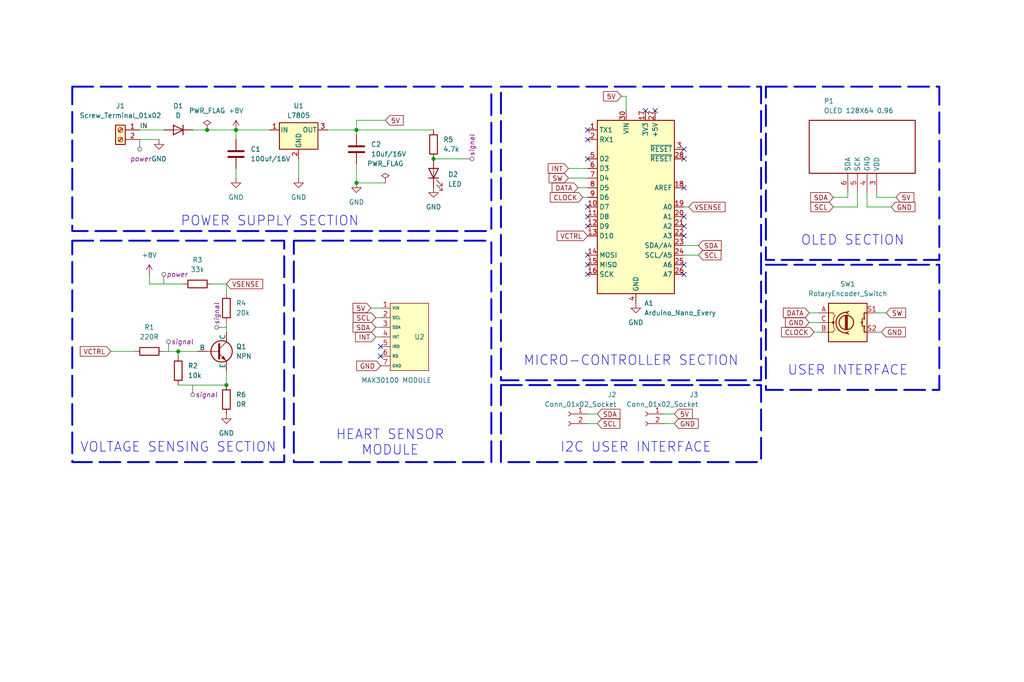
<source format=kicad_sch>
(kicad_sch (version 20231120) (generator "eeschema") (generator_version "8.0")
  (paper "User" 270 180)
  (title_block (title "HEART SENSOR BASED PROJECT") (date "2024-08-29") (rev "1.0.0") (company "RK DESIGN"))
  (lib_symbols
    (symbol "Connector:Conn_01x02_Socket" (pin_names (offset 1.016) hide)
      (property "Reference" "J" (at 0 2.54 0))
      (property "Value" "Conn_01x02_Socket" (at 0 -5.08 0))
      (symbol "Conn_01x02_Socket_1_1"
        (arc (start 0 -2.032) (mid -0.5058 -2.54) (end 0 -3.048) (stroke (width 0.1524)))
        (polyline (pts (xy -1.27 -2.54) (xy -0.508 -2.54)) (stroke (width 0.1524)))
        (polyline (pts (xy -1.27 0) (xy -0.508 0)) (stroke (width 0.1524)))
        (arc (start 0 0.508) (mid -0.5058 0) (end 0 -0.508) (stroke (width 0.1524)))
        (pin passive line (at -5.08 0 0) (length 3.81) (name "Pin_1") (number "1"))
        (pin passive line (at -5.08 -2.54 0) (length 3.81) (name "Pin_2") (number "2"))
      )
    )
    (symbol "Connector:Screw_Terminal_01x02" (pin_names (offset 1.016) hide)
      (property "Reference" "J" (at 0 2.54 0))
      (property "Value" "Screw_Terminal_01x02" (at 0 -5.08 0))
      (symbol "Screw_Terminal_01x02_1_1"
        (rectangle (start -1.27 1.27) (end 1.27 -3.81) (stroke (width 0.254)) (fill (type background)))
        (circle (center 0 -2.54) (radius 0.635) (stroke (width 0.1524)))
        (polyline (pts (xy -0.5334 -2.2098) (xy 0.3302 -3.048)) (stroke (width 0.1524)))
        (polyline (pts (xy -0.5334 0.3302) (xy 0.3302 -0.508)) (stroke (width 0.1524)))
        (polyline (pts (xy -0.3556 -2.032) (xy 0.508 -2.8702)) (stroke (width 0.1524)))
        (polyline (pts (xy -0.3556 0.508) (xy 0.508 -0.3302)) (stroke (width 0.1524)))
        (circle (center 0 0) (radius 0.635) (stroke (width 0.1524)))
        (pin passive line (at -5.08 0 0) (length 3.81) (name "Pin_1") (number "1"))
        (pin passive line (at -5.08 -2.54 0) (length 3.81) (name "Pin_2") (number "2"))
      )
    )
    (symbol "Device:C" (pin_numbers hide) (pin_names (offset 0.254))
      (property "Reference" "C" (at 0.635 2.54 0))
      (property "Value" "C" (at 0.635 -2.54 0))
      (symbol "C_0_1"
        (polyline (pts (xy -2.032 -0.762) (xy 2.032 -0.762)) (stroke (width 0.508)))
        (polyline (pts (xy -2.032 0.762) (xy 2.032 0.762)) (stroke (width 0.508)))
      )
      (symbol "C_1_1"
        (pin passive line (at 0 3.81 270) (length 2.794) (name "~") (number "1"))
        (pin passive line (at 0 -3.81 90) (length 2.794) (name "~") (number "2"))
      )
    )
    (symbol "Device:D" (pin_numbers hide) (pin_names (offset 1.016) hide)
      (property "Reference" "D" (at 0 2.54 0))
      (property "Value" "D" (at 0 -2.54 0))
      (symbol "D_0_1"
        (polyline (pts (xy -1.27 1.27) (xy -1.27 -1.27)) (stroke (width 0.254)))
        (polyline (pts (xy 1.27 0) (xy -1.27 0)))
        (polyline (pts (xy 1.27 1.27) (xy 1.27 -1.27) (xy -1.27 0) (xy 1.27 1.27)) (stroke (width 0.254)))
      )
      (symbol "D_1_1"
        (pin passive line (at -3.81 0 0) (length 2.54) (name "K") (number "1"))
        (pin passive line (at 3.81 0 180) (length 2.54) (name "A") (number "2"))
      )
    )
    (symbol "Device:LED" (pin_numbers hide) (pin_names (offset 1.016) hide)
      (property "Reference" "D" (at 0 2.54 0))
      (property "Value" "LED" (at 0 -2.54 0))
      (symbol "LED_0_1"
        (polyline (pts (xy -1.27 -1.27) (xy -1.27 1.27)) (stroke (width 0.254)))
        (polyline (pts (xy -1.27 0) (xy 1.27 0)))
        (polyline (pts (xy 1.27 -1.27) (xy 1.27 1.27) (xy -1.27 0) (xy 1.27 -1.27)) (stroke (width 0.254)))
        (polyline (pts (xy -3.048 -0.762) (xy -4.572 -2.286) (xy -3.81 -2.286) (xy -4.572 -2.286) (xy -4.572 -1.524)))
        (polyline (pts (xy -1.778 -0.762) (xy -3.302 -2.286) (xy -2.54 -2.286) (xy -3.302 -2.286) (xy -3.302 -1.524)))
      )
      (symbol "LED_1_1"
        (pin passive line (at -3.81 0 0) (length 2.54) (name "K") (number "1"))
        (pin passive line (at 3.81 0 180) (length 2.54) (name "A") (number "2"))
      )
    )
    (symbol "Device:R" (pin_numbers hide) (pin_names (offset 0))
      (property "Reference" "R" (at 2.032 0 90))
      (property "Value" "R" (at 0 0 90))
      (symbol "R_0_1"
        (rectangle (start -1.016 -2.54) (end 1.016 2.54) (stroke (width 0.254)))
      )
      (symbol "R_1_1"
        (pin passive line (at 0 3.81 270) (length 1.27) (name "~") (number "1"))
        (pin passive line (at 0 -3.81 90) (length 1.27) (name "~") (number "2"))
      )
    )
    (symbol "Device:RotaryEncoder_Switch" (pin_names (offset 0.254) hide)
      (property "Reference" "SW" (at 0 6.604 0))
      (property "Value" "RotaryEncoder_Switch" (at 0 -6.604 0))
      (symbol "RotaryEncoder_Switch_0_1"
        (rectangle (start -5.08 5.08) (end 5.08 -5.08) (stroke (width 0.254)) (fill (type background)))
        (circle (center -3.81 0) (radius 0.254) (fill (type outline)))
        (circle (center -0.381 0) (radius 1.905) (stroke (width 0.254)))
        (arc (start -0.381 2.667) (mid -3.0988 -0.0635) (end -0.381 -2.794) (stroke (width 0.254)))
        (polyline (pts (xy -0.635 -1.778) (xy -0.635 1.778)) (stroke (width 0.254)))
        (polyline (pts (xy -0.381 -1.778) (xy -0.381 1.778)) (stroke (width 0.254)))
        (polyline (pts (xy -0.127 1.778) (xy -0.127 -1.778)) (stroke (width 0.254)))
        (polyline (pts (xy 3.81 0) (xy 3.429 0)) (stroke (width 0.254)))
        (polyline (pts (xy 3.81 1.016) (xy 3.81 -1.016)) (stroke (width 0.254)))
        (polyline (pts (xy -5.08 -2.54) (xy -3.81 -2.54) (xy -3.81 -2.032)))
        (polyline (pts (xy -5.08 2.54) (xy -3.81 2.54) (xy -3.81 2.032)))
        (polyline (pts (xy 0.254 -3.048) (xy -0.508 -2.794) (xy 0.127 -2.413)) (stroke (width 0.254)))
        (polyline (pts (xy 0.254 2.921) (xy -0.508 2.667) (xy 0.127 2.286)) (stroke (width 0.254)))
        (polyline (pts (xy 5.08 -2.54) (xy 4.318 -2.54) (xy 4.318 -1.016)) (stroke (width 0.254)))
        (polyline (pts (xy 5.08 2.54) (xy 4.318 2.54) (xy 4.318 1.016)) (stroke (width 0.254)))
        (polyline (pts (xy -5.08 0) (xy -3.81 0) (xy -3.81 -1.016) (xy -3.302 -2.032)))
        (polyline (pts (xy -4.318 0) (xy -3.81 0) (xy -3.81 1.016) (xy -3.302 2.032)))
        (circle (center 4.318 -1.016) (radius 0.127) (stroke (width 0.254)))
        (circle (center 4.318 1.016) (radius 0.127) (stroke (width 0.254)))
      )
      (symbol "RotaryEncoder_Switch_1_1"
        (pin passive line (at -7.62 2.54 0) (length 2.54) (name "A") (number "A"))
        (pin passive line (at -7.62 -2.54 0) (length 2.54) (name "B") (number "B"))
        (pin passive line (at -7.62 0 0) (length 2.54) (name "C") (number "C"))
        (pin passive line (at 7.62 2.54 180) (length 2.54) (name "S1") (number "S1"))
        (pin passive line (at 7.62 -2.54 180) (length 2.54) (name "S2") (number "S2"))
      )
    )
    (symbol "MCU_Module:Arduino_Nano_Every"
      (property "Reference" "A" (at -10.16 23.495 0))
      (property "Value" "Arduino_Nano_Every" (at 5.08 -24.13 0))
      (symbol "Arduino_Nano_Every_0_1"
        (rectangle (start -10.16 22.86) (end 10.16 -22.86) (stroke (width 0.254)) (fill (type background)))
      )
      (symbol "Arduino_Nano_Every_1_1"
        (pin bidirectional line (at -12.7 20.32 0) (length 2.54) (name "TX1") (number "1"))
        (pin bidirectional line (at -12.7 0 0) (length 2.54) (name "D7") (number "10"))
        (pin bidirectional line (at -12.7 -2.54 0) (length 2.54) (name "D8") (number "11"))
        (pin bidirectional line (at -12.7 -5.08 0) (length 2.54) (name "D9") (number "12"))
        (pin bidirectional line (at -12.7 -7.62 0) (length 2.54) (name "D10") (number "13"))
        (pin bidirectional line (at -12.7 -12.7 0) (length 2.54) (name "MOSI") (number "14"))
        (pin bidirectional line (at -12.7 -15.24 0) (length 2.54) (name "MISO") (number "15"))
        (pin bidirectional line (at -12.7 -17.78 0) (length 2.54) (name "SCK") (number "16"))
        (pin power_out line (at 2.54 25.4 270) (length 2.54) (name "3V3") (number "17"))
        (pin input line (at 12.7 5.08 180) (length 2.54) (name "AREF") (number "18"))
        (pin bidirectional line (at 12.7 0 180) (length 2.54) (name "A0") (number "19"))
        (pin bidirectional line (at -12.7 17.78 0) (length 2.54) (name "RX1") (number "2"))
        (pin bidirectional line (at 12.7 -2.54 180) (length 2.54) (name "A1") (number "20"))
        (pin bidirectional line (at 12.7 -5.08 180) (length 2.54) (name "A2") (number "21"))
        (pin bidirectional line (at 12.7 -7.62 180) (length 2.54) (name "A3") (number "22"))
        (pin bidirectional line (at 12.7 -10.16 180) (length 2.54) (name "SDA/A4") (number "23"))
        (pin bidirectional line (at 12.7 -12.7 180) (length 2.54) (name "SCL/A5") (number "24"))
        (pin bidirectional line (at 12.7 -15.24 180) (length 2.54) (name "A6") (number "25"))
        (pin bidirectional line (at 12.7 -17.78 180) (length 2.54) (name "A7") (number "26"))
        (pin power_out line (at 5.08 25.4 270) (length 2.54) (name "+5V") (number "27"))
        (pin input line (at 12.7 12.7 180) (length 2.54) (name "~{RESET}") (number "28"))
        (pin passive line (at 0 -25.4 90) (length 2.54) hide (name "GND") (number "29"))
        (pin input line (at 12.7 15.24 180) (length 2.54) (name "~{RESET}") (number "3"))
        (pin power_in line (at -2.54 25.4 270) (length 2.54) (name "VIN") (number "30"))
        (pin power_in line (at 0 -25.4 90) (length 2.54) (name "GND") (number "4"))
        (pin bidirectional line (at -12.7 12.7 0) (length 2.54) (name "D2") (number "5"))
        (pin bidirectional line (at -12.7 10.16 0) (length 2.54) (name "D3") (number "6"))
        (pin bidirectional line (at -12.7 7.62 0) (length 2.54) (name "D4") (number "7"))
        (pin bidirectional line (at -12.7 5.08 0) (length 2.54) (name "D5") (number "8"))
        (pin bidirectional line (at -12.7 2.54 0) (length 2.54) (name "D6") (number "9"))
      )
    )
    (symbol "New_Library_0:MAX30100_MODULE"
      (property "Reference" "U?" (at 6.35 1.2701 0))
      (property "Value" "MAX30100 MODULE" (at 6.35 -1.2699 0))
      (symbol "MAX30100_MODULE_1_1"
        (rectangle (start -5.08 8.89) (end 5.08 -8.89) (fill (type background)))
        (pin power_in line (at -7.62 7.62 0) (length 2.54) (name "VIN") (number "1"))
        (pin bidirectional line (at -7.62 5.08 0) (length 2.54) (name "SCL") (number "2"))
        (pin bidirectional line (at -7.62 2.54 0) (length 2.54) (name "SDA") (number "3"))
        (pin bidirectional line (at -7.62 0 0) (length 2.54) (name "INT") (number "4"))
        (pin output line (at -7.62 -2.54 0) (length 2.54) (name "IRD") (number "5"))
        (pin output line (at -7.62 -5.08 0) (length 2.54) (name "RD") (number "6"))
        (pin power_in line (at -7.62 -7.62 0) (length 2.54) (name "GND") (number "7"))
      )
    )
    (symbol "New_Library_0:OLED 128X64 0.96"
      (property "Reference" "P?" (at 0 0 0))
      (property "Value" "OLED 128X64 0.96" (at 0 0 0))
      (symbol "OLED 128X64 0.96_0_0"
        (rectangle (start -16.51 8.89) (end 11.43 -5.08) (stroke (width 0.254)))
        (pin unspecified line (at -6.35 13.97 270) (length 5.08) (name "VDD") (number "3"))
        (pin unspecified line (at -3.81 13.97 270) (length 5.08) (name "GND") (number "4"))
        (pin unspecified line (at -1.27 13.97 270) (length 5.08) (name "SCK") (number "5"))
        (pin unspecified line (at 1.27 13.97 270) (length 5.08) (name "SDA") (number "6"))
      )
    )
    (symbol "Regulator_Linear:L7805" (pin_names (offset 0.254))
      (property "Reference" "U" (at -3.81 3.175 0))
      (property "Value" "L7805" (at 0 3.175 0))
      (symbol "L7805_0_1"
        (rectangle (start -5.08 1.905) (end 5.08 -5.08) (stroke (width 0.254)) (fill (type background)))
      )
      (symbol "L7805_1_1"
        (pin power_in line (at -7.62 0 0) (length 2.54) (name "IN") (number "1"))
        (pin power_in line (at 0 -7.62 90) (length 2.54) (name "GND") (number "2"))
        (pin power_out line (at 7.62 0 180) (length 2.54) (name "OUT") (number "3"))
      )
    )
    (symbol "Simulation_SPICE:NPN" (pin_numbers hide) (pin_names (offset 0))
      (property "Reference" "Q" (at -2.54 7.62 0))
      (property "Value" "NPN" (at -2.54 5.08 0))
      (symbol "NPN_0_1"
        (polyline (pts (xy -2.54 0) (xy 0.635 0)) (stroke (width 0.1524)))
        (polyline (pts (xy 0.635 0.635) (xy 2.54 2.54)))
        (polyline (pts (xy 2.794 -1.27) (xy 2.794 -1.27)) (stroke (width 0.1524)))
        (polyline (pts (xy 2.794 -1.27) (xy 2.794 -1.27)) (stroke (width 0.1524)))
        (polyline (pts (xy 0.635 -0.635) (xy 2.54 -2.54) (xy 2.54 -2.54)))
        (polyline (pts (xy 0.635 1.905) (xy 0.635 -1.905) (xy 0.635 -1.905)) (stroke (width 0.508)))
        (polyline (pts (xy 1.27 -1.778) (xy 1.778 -1.27) (xy 2.286 -2.286) (xy 1.27 -1.778) (xy 1.27 -1.778)) (fill (type outline)))
        (circle (center 1.27 0) (radius 2.8194) (stroke (width 0.254)))
      )
      (symbol "NPN_1_1"
        (pin open_collector line (at 2.54 5.08 270) (length 2.54) (name "C") (number "1"))
        (pin input line (at -5.08 0 0) (length 2.54) (name "B") (number "2"))
        (pin open_emitter line (at 2.54 -5.08 90) (length 2.54) (name "E") (number "3"))
      )
    )
    (symbol "power:+8V" (power) (pin_numbers hide) (pin_names (offset 0) hide)
      (property "Value" "+8V" (at 0 3.556 0))
      (symbol "+8V_0_1"
        (polyline (pts (xy -0.762 1.27) (xy 0 2.54)))
        (polyline (pts (xy 0 0) (xy 0 2.54)))
        (polyline (pts (xy 0 2.54) (xy 0.762 1.27)))
      )
      (symbol "+8V_1_1"
        (pin power_in line (at 0 0 90) (length 0) (name "~") (number "1"))
      )
    )
    (symbol "power:GND" (power) (pin_numbers hide) (pin_names (offset 0) hide)
      (property "Value" "GND" (at 0 -3.81 0))
      (symbol "GND_0_1"
        (polyline (pts (xy 0 0) (xy 0 -1.27) (xy 1.27 -1.27) (xy 0 -2.54) (xy -1.27 -1.27) (xy 0 -1.27)))
      )
      (symbol "GND_1_1"
        (pin power_in line (at 0 0 270) (length 0) (name "~") (number "1"))
      )
    )
    (symbol "power:PWR_FLAG" (power) (pin_numbers hide) (pin_names (offset 0) hide)
      (property "Value" "PWR_FLAG" (at 0 3.81 0))
      (symbol "PWR_FLAG_0_0"
        (pin power_out line (at 0 0 90) (length 0) (name "~") (number "1"))
      )
      (symbol "PWR_FLAG_0_1"
        (polyline (pts (xy 0 0) (xy 0 1.27) (xy -1.016 1.905) (xy 0 2.54) (xy 1.016 1.905) (xy 0 1.27)))
      )
    )
  )
  (junction (at 59.69 101.6))
  (junction (at 93.98 34.29))
  (junction (at 114.3 41.91))
  (junction (at 62.23 34.29))
  (junction (at 46.99 92.71))
  (junction (at 54.61 34.29))
  (junction (at 93.98 48.26))
  (no_connect (at 180.34 39.37))
  (no_connect (at 154.94 72.39))
  (no_connect (at 100.33 93.98))
  (no_connect (at 170.18 29.21))
  (no_connect (at 100.33 91.44))
  (no_connect (at 172.72 29.21))
  (no_connect (at 180.34 57.15))
  (no_connect (at 154.94 54.61))
  (no_connect (at 180.34 59.69))
  (no_connect (at 154.94 34.29))
  (no_connect (at 180.34 69.85))
  (no_connect (at 154.94 36.83))
  (no_connect (at 154.94 69.85))
  (no_connect (at 180.34 72.39))
  (no_connect (at 180.34 41.91))
  (no_connect (at 180.34 49.53))
  (no_connect (at 154.94 59.69))
  (no_connect (at 180.34 62.23))
  (no_connect (at 154.94 57.15))
  (no_connect (at 154.94 67.31))
  (no_connect (at 154.94 41.91))
  (wire (pts (xy 153.67 52.07) (xy 154.94 52.07)))
  (wire (pts (xy 177.8 111.76) (xy 175.26 111.76)))
  (wire (pts (xy 233.68 82.55) (xy 231.14 82.55)))
  (wire (pts (xy 219.71 54.61) (xy 226.06 54.61)))
  (wire (pts (xy 177.8 109.22) (xy 175.26 109.22)))
  (wire (pts (xy 59.69 85.09) (xy 59.69 87.63)))
  (wire (pts (xy 50.8 34.29) (xy 54.61 34.29)))
  (wire (pts (xy 228.6 54.61) (xy 228.6 50.8)))
  (wire (pts (xy 93.98 35.56) (xy 93.98 34.29)))
  (wire (pts (xy 231.14 52.07) (xy 231.14 50.8)))
  (wire (pts (xy 213.36 82.55) (xy 215.9 82.55)))
  (wire (pts (xy 213.36 85.09) (xy 215.9 85.09)))
  (wire (pts (xy 163.83 25.4) (xy 165.1 25.4)))
  (wire (pts (xy 165.1 25.4) (xy 165.1 29.21)))
  (wire (pts (xy 39.37 74.93) (xy 48.26 74.93)))
  (wire (pts (xy 99.06 86.36) (xy 100.33 86.36)))
  (wire (pts (xy 234.95 54.61) (xy 228.6 54.61)))
  (wire (pts (xy 93.98 31.75) (xy 93.98 34.29)))
  (wire (pts (xy 54.61 34.29) (xy 62.23 34.29)))
  (wire (pts (xy 226.06 54.61) (xy 226.06 50.8)))
  (wire (pts (xy 149.86 46.99) (xy 154.94 46.99)))
  (wire (pts (xy 46.99 93.98) (xy 46.99 92.71)))
  (wire (pts (xy 46.99 92.71) (xy 52.07 92.71)))
  (wire (pts (xy 214.63 87.63) (xy 215.9 87.63)))
  (wire (pts (xy 184.15 67.31) (xy 180.34 67.31)))
  (wire (pts (xy 59.69 74.93) (xy 59.69 77.47)))
  (wire (pts (xy 86.36 34.29) (xy 93.98 34.29)))
  (wire (pts (xy 219.71 52.07) (xy 223.52 52.07)))
  (wire (pts (xy 93.98 34.29) (xy 114.3 34.29)))
  (wire (pts (xy 93.98 48.26) (xy 93.98 43.18)))
  (wire (pts (xy 184.15 64.77) (xy 180.34 64.77)))
  (wire (pts (xy 236.22 52.07) (xy 231.14 52.07)))
  (wire (pts (xy 232.41 87.63) (xy 231.14 87.63)))
  (wire (pts (xy 46.99 101.6) (xy 59.69 101.6)))
  (wire (pts (xy 36.83 36.83) (xy 41.91 36.83)))
  (wire (pts (xy 55.88 74.93) (xy 59.69 74.93)))
  (wire (pts (xy 78.74 46.99) (xy 78.74 41.91)))
  (wire (pts (xy 181.61 54.61) (xy 180.34 54.61)))
  (wire (pts (xy 39.37 72.39) (xy 39.37 74.93)))
  (wire (pts (xy 99.06 83.82) (xy 100.33 83.82)))
  (wire (pts (xy 101.6 31.75) (xy 93.98 31.75)))
  (wire (pts (xy 62.23 46.99) (xy 62.23 44.45)))
  (wire (pts (xy 29.21 92.71) (xy 35.56 92.71)))
  (wire (pts (xy 36.83 34.29) (xy 43.18 34.29)))
  (wire (pts (xy 157.48 111.76) (xy 154.94 111.76)))
  (wire (pts (xy 152.4 49.53) (xy 154.94 49.53)))
  (wire (pts (xy 99.06 88.9) (xy 100.33 88.9)))
  (wire (pts (xy 157.48 109.22) (xy 154.94 109.22)))
  (wire (pts (xy 93.98 48.26) (xy 101.6 48.26)))
  (wire (pts (xy 149.86 44.45) (xy 154.94 44.45)))
  (wire (pts (xy 59.69 97.79) (xy 59.69 101.6)))
  (wire (pts (xy 223.52 52.07) (xy 223.52 50.8)))
  (wire (pts (xy 121.92 41.91) (xy 114.3 41.91)))
  (wire (pts (xy 97.79 81.28) (xy 100.33 81.28)))
  (wire (pts (xy 62.23 34.29) (xy 71.12 34.29)))
  (wire (pts (xy 43.18 92.71) (xy 46.99 92.71)))
  (wire (pts (xy 62.23 36.83) (xy 62.23 34.29)))
  (rectangle (start 201.93 22.86) (end 247.65 68.58) (stroke (width 0.5) (type dash)))
  (rectangle (start 132.08 101.6) (end 200.66 121.92) (stroke (width 0.5) (type dash)))
  (rectangle (start 132.08 22.86) (end 200.66 100.33) (stroke (width 0.5) (type dash)))
  (rectangle (start 201.93 69.85) (end 247.65 102.87) (stroke (width 0.5) (type dash)))
  (rectangle (start 19.05 63.5) (end 74.93 121.92) (stroke (width 0.5) (type dash)))
  (rectangle (start 77.47 63.5) (end 129.54 121.92) (stroke (width 0.5) (type dash)))
  (rectangle (start 19.05 22.86) (end 129.54 60.96) (stroke (width 0.5) (type dash)))
  (text "HEART SENSOR\nMODULE" (at 102.87 116.84 0) (effects (font (size 2.54 2.54))))
  (text "USER INTERFACE\n" (at 223.52 97.79 0) (effects (font (size 2.54 2.54))))
  (text "I2C USER INTERFACE\n" (at 167.64 118.11 0) (effects (font (size 2.54 2.54))))
  (text "POWER SUPPLY SECTION\n" (at 71.12 58.42 0) (effects (font (size 2.54 2.54))))
  (text "VOLTAGE SENSING SECTION\n" (at 46.99 118.11 0) (effects (font (size 2.54 2.54))))
  (text "OLED SECTION\n" (at 224.79 63.5 0) (effects (font (size 2.54 2.54))))
  (text "MICRO-CONTROLLER SECTION\n" (at 166.37 95.25 0) (effects (font (size 2.54 2.54))))
  (label "IN" (at 36.83 34.29 0))
  (global_label "VCTRL" (shape input) (at 154.94 62.23 180) (property "Intersheetrefs" "${INTERSHEET_REFS}" (effects (hide yes))))
  (global_label "SCL" (shape input) (at 219.71 54.61 180) (property "Intersheetrefs" "${INTERSHEET_REFS}" (effects (hide yes))))
  (global_label "SW" (shape input) (at 233.68 82.55 0) (property "Intersheetrefs" "${INTERSHEET_REFS}" (effects (hide yes))))
  (global_label "INT" (shape input) (at 99.06 88.9 180) (property "Intersheetrefs" "${INTERSHEET_REFS}" (effects (hide yes))))
  (global_label "5V" (shape input) (at 97.79 81.28 180) (property "Intersheetrefs" "${INTERSHEET_REFS}" (effects (hide yes))))
  (global_label "VSENSE" (shape input) (at 181.61 54.61 0) (property "Intersheetrefs" "${INTERSHEET_REFS}" (effects (hide yes))))
  (global_label "VSENSE" (shape input) (at 59.69 74.93 0) (property "Intersheetrefs" "${INTERSHEET_REFS}" (effects (hide yes))))
  (global_label "VCTRL" (shape input) (at 29.21 92.71 180) (property "Intersheetrefs" "${INTERSHEET_REFS}" (effects (hide yes))))
  (global_label "SCL" (shape input) (at 99.06 83.82 180) (property "Intersheetrefs" "${INTERSHEET_REFS}" (effects (hide yes))))
  (global_label "SDA" (shape input) (at 99.06 86.36 180) (property "Intersheetrefs" "${INTERSHEET_REFS}" (effects (hide yes))))
  (global_label "SCL" (shape input) (at 157.48 111.76 0) (property "Intersheetrefs" "${INTERSHEET_REFS}" (effects (hide yes))))
  (global_label "DATA" (shape input) (at 213.36 82.55 180) (property "Intersheetrefs" "${INTERSHEET_REFS}" (effects (hide yes))))
  (global_label "GND" (shape input) (at 232.41 87.63 0) (property "Intersheetrefs" "${INTERSHEET_REFS}" (effects (hide yes))))
  (global_label "GND" (shape input) (at 100.33 96.52 180) (property "Intersheetrefs" "${INTERSHEET_REFS}" (effects (hide yes))))
  (global_label "SDA" (shape input) (at 219.71 52.07 180) (property "Intersheetrefs" "${INTERSHEET_REFS}" (effects (hide yes))))
  (global_label "GND" (shape input) (at 234.95 54.61 0) (property "Intersheetrefs" "${INTERSHEET_REFS}" (effects (hide yes))))
  (global_label "SDA" (shape input) (at 184.15 64.77 0) (property "Intersheetrefs" "${INTERSHEET_REFS}" (effects (hide yes))))
  (global_label "GND" (shape input) (at 177.8 111.76 0) (property "Intersheetrefs" "${INTERSHEET_REFS}" (effects (hide yes))))
  (global_label "5V" (shape input) (at 177.8 109.22 0) (property "Intersheetrefs" "${INTERSHEET_REFS}" (effects (hide yes))))
  (global_label "CLOCK" (shape input) (at 214.63 87.63 180) (property "Intersheetrefs" "${INTERSHEET_REFS}" (effects (hide yes))))
  (global_label "SDA" (shape input) (at 157.48 109.22 0) (property "Intersheetrefs" "${INTERSHEET_REFS}" (effects (hide yes))))
  (global_label "GND" (shape input) (at 213.36 85.09 180) (property "Intersheetrefs" "${INTERSHEET_REFS}" (effects (hide yes))))
  (global_label "5V" (shape input) (at 236.22 52.07 0) (property "Intersheetrefs" "${INTERSHEET_REFS}" (effects (hide yes))))
  (global_label "DATA" (shape input) (at 152.4 49.53 180) (property "Intersheetrefs" "${INTERSHEET_REFS}" (effects (hide yes))))
  (global_label "SCL" (shape input) (at 184.15 67.31 0) (property "Intersheetrefs" "${INTERSHEET_REFS}" (effects (hide yes))))
  (global_label "5V" (shape input) (at 101.6 31.75 0) (property "Intersheetrefs" "${INTERSHEET_REFS}" (effects (hide yes))))
  (global_label "INT" (shape input) (at 149.86 44.45 180) (property "Intersheetrefs" "${INTERSHEET_REFS}" (effects (hide yes))))
  (global_label "CLOCK" (shape input) (at 153.67 52.07 180) (property "Intersheetrefs" "${INTERSHEET_REFS}" (effects (hide yes))))
  (global_label "5V" (shape input) (at 163.83 25.4 180) (property "Intersheetrefs" "${INTERSHEET_REFS}" (effects (hide yes))))
  (global_label "SW" (shape input) (at 149.86 46.99 180) (property "Intersheetrefs" "${INTERSHEET_REFS}" (effects (hide yes))))
  (netclass_flag "" (length 2.54) (shape round) (at 43.18 74.93 0) (property "Netclass" "power" (at 43.8785 72.39 0) (effects (font (italic yes)) (justify left))))
  (netclass_flag "" (length 2.54) (shape round) (at 36.83 36.83 180) (property "Netclass" "power" (at 34.29 41.91 0) (effects (font (italic yes)) (justify left))))
  (netclass_flag "" (length 2.54) (shape round) (at 59.69 86.36 90) (property "Netclass" "signal" (at 57.15 85.6615 90) (effects (font (italic yes)) (justify left))))
  (netclass_flag "" (length 2.54) (shape round) (at 44.45 92.71 0) (property "Netclass" "signal" (at 45.1485 90.17 0) (effects (font (italic yes)) (justify left))))
  (netclass_flag "" (length 2.54) (shape round) (at 50.8 101.6 180) (property "Netclass" "signal" (at 51.4985 104.14 0) (effects (font (italic yes)) (justify left))))
  (netclass_flag "" (length 2.54) (shape round) (at 121.92 41.91 270) (property "Netclass" "signal" (at 124.46 41.2115 90) (effects (font (italic yes)) (justify left))))
  (symbol (lib_id "Device:RotaryEncoder_Switch") (at 223.52 85.09 0) (unit 1)
    (property "Reference" "SW1" (at 223.52 74.93 0))
    (property "Value" "RotaryEncoder_Switch" (at 223.52 77.47 0))
    (property "Footprint" "Library:rotary_ncodeer" (effects (hide yes)))
    (property "Description" "Rotary encoder, dual channel, incremental quadrate outputs, with switch" (effects (hide yes)))
  )
  (symbol (lib_id "Device:R") (at 114.3 38.1 0) (unit 1)
    (property "Reference" "R5" (at 116.84 36.8299 0) (effects (justify left)))
    (property "Value" "4.7k" (at 116.84 39.3699 0) (effects (justify left)))
    (property "Footprint" "Resistor_THT:R_Axial_DIN0207_L6.3mm_D2.5mm_P10.16mm_Horizontal" (effects (hide yes)))
    (property "Description" "Resistor" (effects (hide yes)))
  )
  (symbol (lib_id "Connector:Screw_Terminal_01x02") (at 31.75 34.29 0) (mirror y) (unit 1)
    (property "Reference" "J1" (at 31.75 27.94 0))
    (property "Value" "Screw_Terminal_01x02" (at 31.75 30.48 0))
    (property "Footprint" "Library:TerminalBlock_4Ucon_1x02_P3.50mm_Horizontal_user" (effects (hide yes)))
    (property "Description" "Generic screw terminal, single row, 01x02, script generated (kicad-library-utils/schlib/autogen/connector/)" (effects (hide yes)))
  )
  (symbol (lib_id "power:GND") (at 93.98 48.26 0) (unit 1)
    (property "Reference" "#PWR03" (effects (hide yes)))
    (property "Value" "GND" (at 93.98 53.34 0))
    (property "Description" "Power symbol creates a global label with name \"GND\" , ground" (effects (hide yes)))
  )
  (symbol (lib_id "power:PWR_FLAG") (at 54.61 34.29 0) (unit 1)
    (property "Reference" "#FLG02" (effects (hide yes)))
    (property "Value" "PWR_FLAG" (at 54.61 29.21 0))
    (property "Description" "Special symbol for telling ERC where power comes from" (effects (hide yes)))
  )
  (symbol (lib_id "Connector:Conn_01x02_Socket") (at 170.18 109.22 0) (mirror y) (unit 1)
    (property "Reference" "J3" (at 184.15 104.14 0) (effects (justify left)))
    (property "Value" "Conn_01x02_Socket" (at 184.15 106.68 0) (effects (justify left)))
    (property "Footprint" "Connector_PinSocket_2.54mm:PinSocket_1x02_P2.54mm_Vertical" (effects (hide yes)))
    (property "Description" "Generic connector, single row, 01x02, script generated" (effects (hide yes)))
  )
  (symbol (lib_id "Device:R") (at 52.07 74.93 90) (unit 1)
    (property "Reference" "R3" (at 52.07 68.58 90))
    (property "Value" "33k" (at 52.07 71.12 90))
    (property "Footprint" "Resistor_THT:R_Axial_DIN0207_L6.3mm_D2.5mm_P10.16mm_Horizontal" (effects (hide yes)))
    (property "Description" "Resistor" (effects (hide yes)))
  )
  (symbol (lib_id "power:GND") (at 114.3 49.53 0) (unit 1)
    (property "Reference" "#PWR05" (effects (hide yes)))
    (property "Value" "GND" (at 114.3 54.61 0))
    (property "Description" "Power symbol creates a global label with name \"GND\" , ground" (effects (hide yes)))
  )
  (symbol (lib_id "power:+8V") (at 39.37 72.39 0) (unit 1)
    (property "Reference" "#PWR07" (effects (hide yes)))
    (property "Value" "+8V" (at 39.37 67.31 0))
    (property "Description" "Power symbol creates a global label with name \"+8V\"" (effects (hide yes)))
  )
  (symbol (lib_id "New_Library_0:OLED 128X64 0.96") (at 224.79 36.83 180) (unit 1)
    (property "Reference" "P1" (at 217.17 26.67 0) (effects (justify right)))
    (property "Value" "OLED 128X64 0.96" (at 217.17 29.21 0) (effects (justify right)))
    (property "Footprint" "Library:OLED_MODULE _FOOTPRINT" (effects (hide yes)))
    (property "Supplier Part" "undefined" (effects (hide yes)))
    (property "Supplier" "AdaFruit" (effects (hide yes)))
  )
  (symbol (lib_id "Device:R") (at 39.37 92.71 90) (unit 1)
    (property "Reference" "R1" (at 39.37 86.36 90))
    (property "Value" "220R" (at 39.37 88.9 90))
    (property "Footprint" "Resistor_THT:R_Axial_DIN0207_L6.3mm_D2.5mm_P10.16mm_Horizontal" (effects (hide yes)))
    (property "Description" "Resistor" (effects (hide yes)))
  )
  (symbol (lib_id "Regulator_Linear:L7805") (at 78.74 34.29 0) (unit 1)
    (property "Reference" "U1" (at 78.74 27.94 0))
    (property "Value" "L7805" (at 78.74 30.48 0))
    (property "Footprint" "Package_TO_SOT_THT:TO-220-3_Vertical" (effects (hide yes)))
    (property "Datasheet" "http://www.st.com/content/ccc/resource/technical/document/datasheet/41/4f/b3/b0/12/d4/47/88/CD00000444.pdf/files/CD00000444.pdf/jcr:content/translations/en.CD00000444.pdf" (effects (hide yes)))
    (property "Description" "Positive 1.5A 35V Linear Regulator, Fixed Output 5V, TO-220/TO-263/TO-252" (effects (hide yes)))
  )
  (symbol (lib_id "power:GND") (at 62.23 46.99 0) (unit 1)
    (property "Reference" "#PWR02" (effects (hide yes)))
    (property "Value" "GND" (at 62.23 52.07 0))
    (property "Description" "Power symbol creates a global label with name \"GND\" , ground" (effects (hide yes)))
  )
  (symbol (lib_id "Device:R") (at 46.99 97.79 180) (unit 1)
    (property "Reference" "R2" (at 49.53 96.5199 0) (effects (justify right)))
    (property "Value" "10k" (at 49.53 99.0599 0) (effects (justify right)))
    (property "Footprint" "Resistor_THT:R_Axial_DIN0207_L6.3mm_D2.5mm_P10.16mm_Horizontal" (effects (hide yes)))
    (property "Description" "Resistor" (effects (hide yes)))
  )
  (symbol (lib_id "Device:D") (at 46.99 34.29 0) (mirror y) (unit 1)
    (property "Reference" "D1" (at 46.99 27.94 0))
    (property "Value" "D" (at 46.99 30.48 0))
    (property "Footprint" "Diode_THT:D_A-405_P7.62mm_Horizontal" (effects (hide yes)))
    (property "Description" "Diode" (effects (hide yes)))
    (property "Sim.Device" "D" (effects (hide yes)))
    (property "Sim.Pins" "1=K 2=A" (effects (hide yes)))
  )
  (symbol (lib_id "Device:C") (at 93.98 39.37 0) (unit 1)
    (property "Reference" "C2" (at 97.79 38.0999 0) (effects (justify left)))
    (property "Value" "10uf/16V" (at 97.79 40.6399 0) (effects (justify left)))
    (property "Footprint" "Capacitor_THT:C_Radial_D5.0mm_H5.0mm_P2.00mm" (effects (hide yes)))
    (property "Description" "Unpolarized capacitor" (effects (hide yes)))
  )
  (symbol (lib_id "power:GND") (at 41.91 36.83 0) (unit 1)
    (property "Reference" "#PWR04" (effects (hide yes)))
    (property "Value" "GND" (at 41.91 41.91 0))
    (property "Description" "Power symbol creates a global label with name \"GND\" , ground" (effects (hide yes)))
  )
  (symbol (lib_id "MCU_Module:Arduino_Nano_Every") (at 167.64 54.61 0) (unit 1)
    (property "Reference" "A1" (at 169.8341 80.01 0) (effects (justify left)))
    (property "Value" "Arduino_Nano_Every" (at 169.8341 82.55 0) (effects (justify left)))
    (property "Footprint" "Module:Arduino_Nano" (effects (hide yes)))
    (property "Datasheet" "https://content.arduino.cc/assets/NANOEveryV3.0_sch.pdf" (effects (hide yes)))
    (property "Description" "Arduino Nano Every" (effects (hide yes)))
  )
  (symbol (lib_id "New_Library_0:MAX30100_MODULE") (at 107.95 88.9 0) (unit 1)
    (property "Reference" "U2" (at 109.22 88.9 0) (effects (justify left)))
    (property "Value" "MAX30100 MODULE" (at 95.25 100.33 0) (effects (justify left)))
    (property "Footprint" "Library:MAX30100_MODULE" (effects (hide yes)))
  )
  (symbol (lib_id "power:GND") (at 167.64 80.01 0) (unit 1)
    (property "Reference" "#PWR09" (effects (hide yes)))
    (property "Value" "GND" (at 167.64 85.09 0))
    (property "Description" "Power symbol creates a global label with name \"GND\" , ground" (effects (hide yes)))
  )
  (symbol (lib_id "Connector:Conn_01x02_Socket") (at 149.86 109.22 0) (mirror y) (unit 1)
    (property "Reference" "J2" (at 162.56 104.14 0) (effects (justify left)))
    (property "Value" "Conn_01x02_Socket" (at 162.56 106.68 0) (effects (justify left)))
    (property "Footprint" "Connector_PinSocket_2.54mm:PinSocket_1x02_P2.54mm_Vertical" (effects (hide yes)))
    (property "Description" "Generic connector, single row, 01x02, script generated" (effects (hide yes)))
  )
  (symbol (lib_id "Device:R") (at 59.69 105.41 180) (unit 1)
    (property "Reference" "R6" (at 62.23 104.1399 0) (effects (justify right)))
    (property "Value" "0R" (at 62.23 106.6799 0) (effects (justify right)))
    (property "Footprint" "Resistor_THT:R_Axial_DIN0207_L6.3mm_D2.5mm_P10.16mm_Horizontal" (effects (hide yes)))
    (property "Description" "Resistor" (effects (hide yes)))
  )
  (symbol (lib_id "Device:C") (at 62.23 40.64 0) (unit 1)
    (property "Reference" "C1" (at 66.04 39.3699 0) (effects (justify left)))
    (property "Value" "100uf/16V" (at 66.04 41.9099 0) (effects (justify left)))
    (property "Footprint" "Capacitor_THT:C_Radial_D5.0mm_H5.0mm_P2.00mm" (effects (hide yes)))
    (property "Description" "Unpolarized capacitor" (effects (hide yes)))
  )
  (symbol (lib_id "Simulation_SPICE:NPN") (at 57.15 92.71 0) (unit 1)
    (property "Reference" "Q1" (at 62.23 91.4399 0) (effects (justify left)))
    (property "Value" "NPN" (at 62.23 93.9799 0) (effects (justify left)))
    (property "Footprint" "Package_TO_SOT_THT:TO-92L_Inline" (effects (hide yes)))
    (property "Datasheet" "https://ngspice.sourceforge.io/docs/ngspice-html-manual/manual.xhtml#cha_BJTs" (effects (hide yes)))
    (property "Description" "Bipolar transistor symbol for simulation only, substrate tied to the emitter" (effects (hide yes)))
    (property "Sim.Device" "NPN" (effects (hide yes)))
    (property "Sim.Type" "GUMMELPOON" (effects (hide yes)))
    (property "Sim.Pins" "1=C 2=B 3=E" (effects (hide yes)))
  )
  (symbol (lib_id "power:+8V") (at 62.23 34.29 0) (unit 1)
    (property "Reference" "#PWR08" (effects (hide yes)))
    (property "Value" "+8V" (at 62.23 29.21 0))
    (property "Description" "Power symbol creates a global label with name \"+8V\"" (effects (hide yes)))
  )
  (symbol (lib_id "power:PWR_FLAG") (at 101.6 48.26 0) (unit 1)
    (property "Reference" "#FLG01" (effects (hide yes)))
    (property "Value" "PWR_FLAG" (at 101.6 43.18 0))
    (property "Description" "Special symbol for telling ERC where power comes from" (effects (hide yes)))
  )
  (symbol (lib_id "power:GND") (at 59.69 109.22 0) (unit 1)
    (property "Reference" "#PWR06" (effects (hide yes)))
    (property "Value" "GND" (at 59.69 114.3 0))
    (property "Description" "Power symbol creates a global label with name \"GND\" , ground" (effects (hide yes)))
  )
  (symbol (lib_id "Device:LED") (at 114.3 45.72 90) (unit 1)
    (property "Reference" "D2" (at 118.11 46.0374 90) (effects (justify right)))
    (property "Value" "LED" (at 118.11 48.5774 90) (effects (justify right)))
    (property "Footprint" "LED_THT:LED_D3.0mm" (effects (hide yes)))
    (property "Description" "Light emitting diode" (effects (hide yes)))
  )
  (symbol (lib_id "power:GND") (at 78.74 46.99 0) (unit 1)
    (property "Reference" "#PWR01" (effects (hide yes)))
    (property "Value" "GND" (at 78.74 52.07 0))
    (property "Description" "Power symbol creates a global label with name \"GND\" , ground" (effects (hide yes)))
  )
  (symbol (lib_id "Device:R") (at 59.69 81.28 0) (unit 1)
    (property "Reference" "R4" (at 62.23 80.0099 0) (effects (justify left)))
    (property "Value" "20k" (at 62.23 82.5499 0) (effects (justify left)))
    (property "Footprint" "Resistor_THT:R_Axial_DIN0207_L6.3mm_D2.5mm_P10.16mm_Horizontal" (effects (hide yes)))
    (property "Description" "Resistor" (effects (hide yes)))
  )
)
</source>
